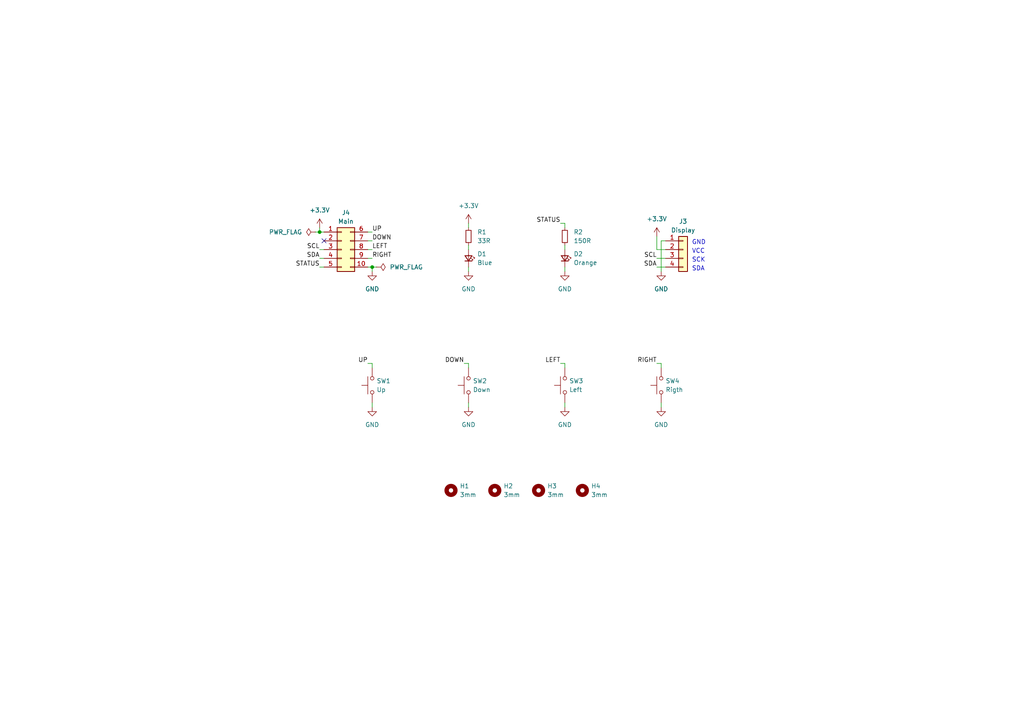
<source format=kicad_sch>
(kicad_sch (version 20230121) (generator eeschema)
  (paper "A4")
  (title_block (title "Reflow Hot Plate Front Panel") (date "2023-07-16") (rev "${REVISION}") (company "Author: I. Kajdan") (comment 1 "Promoter: A. Bondyra, Ph.D."))
  (lib_symbols
    (symbol "Connector_Generic:Conn_01x04" (pin_names (offset 1.016) hide)
      (property "Reference" "J" (at 0 5.08 0))
      (property "Value" "Conn_01x04" (at 0 -7.62 0))
      (symbol "Conn_01x04_1_1"
        (rectangle (start -1.27 -4.953) (end 0 -5.207) (stroke (width 0.1524)))
        (rectangle (start -1.27 -2.413) (end 0 -2.667) (stroke (width 0.1524)))
        (rectangle (start -1.27 0.127) (end 0 -0.127) (stroke (width 0.1524)))
        (rectangle (start -1.27 2.667) (end 0 2.413) (stroke (width 0.1524)))
        (rectangle (start -1.27 3.81) (end 1.27 -6.35) (stroke (width 0.254)) (fill (type background)))
        (pin passive line (at -5.08 2.54 0) (length 3.81) (name "Pin_1") (number "1"))
        (pin passive line (at -5.08 0 0) (length 3.81) (name "Pin_2") (number "2"))
        (pin passive line (at -5.08 -2.54 0) (length 3.81) (name "Pin_3") (number "3"))
        (pin passive line (at -5.08 -5.08 0) (length 3.81) (name "Pin_4") (number "4"))
      )
    )
    (symbol "Connector_Generic:Conn_02x05_Top_Bottom" (pin_names (offset 1.016) hide)
      (property "Reference" "J" (at 1.27 7.62 0))
      (property "Value" "Conn_02x05_Top_Bottom" (at 1.27 -7.62 0))
      (symbol "Conn_02x05_Top_Bottom_1_1"
        (rectangle (start -1.27 -4.953) (end 0 -5.207) (stroke (width 0.1524)))
        (rectangle (start -1.27 -2.413) (end 0 -2.667) (stroke (width 0.1524)))
        (rectangle (start -1.27 0.127) (end 0 -0.127) (stroke (width 0.1524)))
        (rectangle (start -1.27 2.667) (end 0 2.413) (stroke (width 0.1524)))
        (rectangle (start -1.27 5.207) (end 0 4.953) (stroke (width 0.1524)))
        (rectangle (start -1.27 6.35) (end 3.81 -6.35) (stroke (width 0.254)) (fill (type background)))
        (rectangle (start 3.81 -4.953) (end 2.54 -5.207) (stroke (width 0.1524)))
        (rectangle (start 3.81 -2.413) (end 2.54 -2.667) (stroke (width 0.1524)))
        (rectangle (start 3.81 0.127) (end 2.54 -0.127) (stroke (width 0.1524)))
        (rectangle (start 3.81 2.667) (end 2.54 2.413) (stroke (width 0.1524)))
        (rectangle (start 3.81 5.207) (end 2.54 4.953) (stroke (width 0.1524)))
        (pin passive line (at -5.08 5.08 0) (length 3.81) (name "Pin_1") (number "1"))
        (pin passive line (at 7.62 -5.08 180) (length 3.81) (name "Pin_10") (number "10"))
        (pin passive line (at -5.08 2.54 0) (length 3.81) (name "Pin_2") (number "2"))
        (pin passive line (at -5.08 0 0) (length 3.81) (name "Pin_3") (number "3"))
        (pin passive line (at -5.08 -2.54 0) (length 3.81) (name "Pin_4") (number "4"))
        (pin passive line (at -5.08 -5.08 0) (length 3.81) (name "Pin_5") (number "5"))
        (pin passive line (at 7.62 5.08 180) (length 3.81) (name "Pin_6") (number "6"))
        (pin passive line (at 7.62 2.54 180) (length 3.81) (name "Pin_7") (number "7"))
        (pin passive line (at 7.62 0 180) (length 3.81) (name "Pin_8") (number "8"))
        (pin passive line (at 7.62 -2.54 180) (length 3.81) (name "Pin_9") (number "9"))
      )
    )
    (symbol "Device:LED_Small" (pin_numbers hide) (pin_names (offset 0.254) hide)
      (property "Reference" "D" (at -1.27 3.175 0))
      (property "Value" "LED_Small" (at -4.445 -2.54 0))
      (symbol "LED_Small_0_1"
        (polyline (pts (xy -0.762 -1.016) (xy -0.762 1.016)) (stroke (width 0.254)))
        (polyline (pts (xy 1.016 0) (xy -0.762 0)))
        (polyline (pts (xy 0.762 -1.016) (xy -0.762 0) (xy 0.762 1.016) (xy 0.762 -1.016)) (stroke (width 0.254)))
        (polyline (pts (xy 0 0.762) (xy -0.508 1.27) (xy -0.254 1.27) (xy -0.508 1.27) (xy -0.508 1.016)))
        (polyline (pts (xy 0.508 1.27) (xy 0 1.778) (xy 0.254 1.778) (xy 0 1.778) (xy 0 1.524)))
      )
      (symbol "LED_Small_1_1"
        (pin passive line (at -2.54 0 0) (length 1.778) (name "K") (number "1"))
        (pin passive line (at 2.54 0 180) (length 1.778) (name "A") (number "2"))
      )
    )
    (symbol "Device:R_Small" (pin_numbers hide) (pin_names (offset 0.254) hide)
      (property "Reference" "R" (at 0.762 0.508 0))
      (property "Value" "R_Small" (at 0.762 -1.016 0))
      (symbol "R_Small_0_1"
        (rectangle (start -0.762 1.778) (end 0.762 -1.778) (stroke (width 0.2032)))
      )
      (symbol "R_Small_1_1"
        (pin passive line (at 0 2.54 270) (length 0.762) (name "~") (number "1"))
        (pin passive line (at 0 -2.54 90) (length 0.762) (name "~") (number "2"))
      )
    )
    (symbol "Mechanical:MountingHole" (pin_names (offset 1.016))
      (property "Reference" "H" (at 0 5.08 0))
      (property "Value" "MountingHole" (at 0 3.175 0))
      (symbol "MountingHole_0_1"
        (circle (center 0 0) (radius 1.27) (stroke (width 1.27)))
      )
    )
    (symbol "Switch:SW_Push" (pin_numbers hide) (pin_names (offset 1.016) hide)
      (property "Reference" "SW" (at 1.27 2.54 0))
      (property "Value" "SW_Push" (at 0 -1.524 0))
      (symbol "SW_Push_0_1"
        (circle (center -2.032 0) (radius 0.508))
        (polyline (pts (xy 0 1.27) (xy 0 3.048)))
        (polyline (pts (xy 2.54 1.27) (xy -2.54 1.27)))
        (circle (center 2.032 0) (radius 0.508))
        (pin passive line (at -5.08 0 0) (length 2.54) (name "1") (number "1"))
        (pin passive line (at 5.08 0 180) (length 2.54) (name "2") (number "2"))
      )
    )
    (symbol "power:+3.3V" (power) (pin_names (offset 0))
      (property "Value" "+3.3V" (at 0 3.556 0))
      (symbol "+3.3V_0_1"
        (polyline (pts (xy -0.762 1.27) (xy 0 2.54)))
        (polyline (pts (xy 0 0) (xy 0 2.54)))
        (polyline (pts (xy 0 2.54) (xy 0.762 1.27)))
      )
      (symbol "+3.3V_1_1"
        (pin power_in line (at 0 0 90) (length 0) hide (name "+3.3V") (number "1"))
      )
    )
    (symbol "power:GND" (power) (pin_names (offset 0))
      (property "Value" "GND" (at 0 -3.81 0))
      (symbol "GND_0_1"
        (polyline (pts (xy 0 0) (xy 0 -1.27) (xy 1.27 -1.27) (xy 0 -2.54) (xy -1.27 -1.27) (xy 0 -1.27)))
      )
      (symbol "GND_1_1"
        (pin power_in line (at 0 0 270) (length 0) hide (name "GND") (number "1"))
      )
    )
    (symbol "power:PWR_FLAG" (power) (pin_numbers hide) (pin_names (offset 0) hide)
      (property "Value" "PWR_FLAG" (at 0 3.81 0))
      (symbol "PWR_FLAG_0_0"
        (pin power_out line (at 0 0 90) (length 0) (name "pwr") (number "1"))
      )
      (symbol "PWR_FLAG_0_1"
        (polyline (pts (xy 0 0) (xy 0 1.27) (xy -1.016 1.905) (xy 0 2.54) (xy 1.016 1.905) (xy 0 1.27)))
      )
    )
  )
  (junction (at 107.95 77.47))
  (junction (at 92.71 67.31))
  (no_connect (at 93.98 69.85))
  (wire (pts (xy 135.89 118.11) (xy 135.89 116.84)))
  (wire (pts (xy 92.71 77.47) (xy 93.98 77.47)))
  (wire (pts (xy 107.95 77.47) (xy 109.22 77.47)))
  (wire (pts (xy 107.95 118.11) (xy 107.95 116.84)))
  (wire (pts (xy 135.89 64.77) (xy 135.89 66.04)))
  (wire (pts (xy 92.71 72.39) (xy 93.98 72.39)))
  (wire (pts (xy 107.95 105.41) (xy 107.95 106.68)))
  (wire (pts (xy 191.77 69.85) (xy 191.77 78.74)))
  (wire (pts (xy 107.95 74.93) (xy 106.68 74.93)))
  (wire (pts (xy 107.95 69.85) (xy 106.68 69.85)))
  (wire (pts (xy 163.83 105.41) (xy 163.83 106.68)))
  (wire (pts (xy 162.56 64.77) (xy 163.83 64.77)))
  (wire (pts (xy 190.5 72.39) (xy 190.5 68.58)))
  (wire (pts (xy 134.62 105.41) (xy 135.89 105.41)))
  (wire (pts (xy 190.5 105.41) (xy 191.77 105.41)))
  (wire (pts (xy 193.04 69.85) (xy 191.77 69.85)))
  (wire (pts (xy 190.5 74.93) (xy 193.04 74.93)))
  (wire (pts (xy 163.83 64.77) (xy 163.83 66.04)))
  (wire (pts (xy 191.77 105.41) (xy 191.77 106.68)))
  (wire (pts (xy 135.89 105.41) (xy 135.89 106.68)))
  (wire (pts (xy 92.71 67.31) (xy 93.98 67.31)))
  (wire (pts (xy 190.5 77.47) (xy 193.04 77.47)))
  (wire (pts (xy 92.71 66.04) (xy 92.71 67.31)))
  (wire (pts (xy 163.83 118.11) (xy 163.83 116.84)))
  (wire (pts (xy 92.71 74.93) (xy 93.98 74.93)))
  (wire (pts (xy 190.5 72.39) (xy 193.04 72.39)))
  (wire (pts (xy 163.83 71.12) (xy 163.83 72.39)))
  (wire (pts (xy 106.68 77.47) (xy 107.95 77.47)))
  (wire (pts (xy 106.68 105.41) (xy 107.95 105.41)))
  (wire (pts (xy 163.83 77.47) (xy 163.83 78.74)))
  (wire (pts (xy 191.77 118.11) (xy 191.77 116.84)))
  (wire (pts (xy 107.95 72.39) (xy 106.68 72.39)))
  (wire (pts (xy 162.56 105.41) (xy 163.83 105.41)))
  (wire (pts (xy 107.95 77.47) (xy 107.95 78.74)))
  (wire (pts (xy 135.89 77.47) (xy 135.89 78.74)))
  (wire (pts (xy 135.89 71.12) (xy 135.89 72.39)))
  (wire (pts (xy 107.95 67.31) (xy 106.68 67.31)))
  (wire (pts (xy 91.44 67.31) (xy 92.71 67.31)))
  (text "SCK" (at 200.66 76.2 0) (effects (font (size 1.27 1.27)) (justify left bottom)))
  (text "GND" (at 200.66 71.12 0) (effects (font (size 1.27 1.27)) (justify left bottom)))
  (text "SDA" (at 200.66 78.74 0) (effects (font (size 1.27 1.27)) (justify left bottom)))
  (text "VCC" (at 200.66 73.66 0) (effects (font (size 1.27 1.27)) (justify left bottom)))
  (label "SCL" (at 92.71 72.39 180))
  (label "SCL" (at 190.5 74.93 180))
  (label "RIGHT" (at 190.5 105.41 180))
  (label "LEFT" (at 107.95 72.39 0))
  (label "DOWN" (at 107.95 69.85 0))
  (label "STATUS" (at 162.56 64.77 180))
  (label "DOWN" (at 134.62 105.41 180))
  (label "RIGHT" (at 107.95 74.93 0))
  (label "SDA" (at 190.5 77.47 180))
  (label "UP" (at 106.68 105.41 180))
  (label "SDA" (at 92.71 74.93 180))
  (label "UP" (at 107.95 67.31 0))
  (label "LEFT" (at 162.56 105.41 180))
  (label "STATUS" (at 92.71 77.47 180))
  (symbol (lib_id "Mechanical:MountingHole") (at 130.81 142.24 0) (unit 1)
    (property "Reference" "H1" (at 133.35 140.97 0) (effects (justify left)))
    (property "Value" "3mm" (at 133.35 143.51 0) (effects (justify left)))
    (property "Footprint" "MountingHole:MountingHole_3mm" (effects hide))
  )
  (symbol (lib_id "Switch:SW_Push") (at 107.95 111.76 90) (unit 1)
    (property "Reference" "SW1" (at 109.22 110.49 90) (effects (justify right)))
    (property "Value" "Up" (at 109.22 113.03 90) (effects (justify right)))
    (property "Footprint" "Button_Switch_THT:SW_PUSH_6mm_H7.3mm" (effects hide))
  )
  (symbol (lib_id "Switch:SW_Push") (at 135.89 111.76 90) (unit 1)
    (property "Reference" "SW2" (at 137.16 110.49 90) (effects (justify right)))
    (property "Value" "Down" (at 137.16 113.03 90) (effects (justify right)))
    (property "Footprint" "Button_Switch_THT:SW_PUSH_6mm_H7.3mm" (effects hide))
  )
  (symbol (lib_id "Switch:SW_Push") (at 191.77 111.76 90) (unit 1)
    (property "Reference" "SW4" (at 193.04 110.49 90) (effects (justify right)))
    (property "Value" "Rigth" (at 193.04 113.03 90) (effects (justify right)))
    (property "Footprint" "Button_Switch_THT:SW_PUSH_6mm_H7.3mm" (effects hide))
  )
  (symbol (lib_id "power:PWR_FLAG") (at 109.22 77.47 270) (unit 1)
    (property "Reference" "#FLG04" (effects hide))
    (property "Value" "PWR_FLAG" (at 113.03 77.47 90) (effects (justify left)))
  )
  (symbol (lib_id "power:GND") (at 191.77 78.74 0) (unit 1)
    (property "Reference" "#PWR013" (effects hide))
    (property "Value" "GND" (at 191.77 83.82 0))
  )
  (symbol (lib_id "Switch:SW_Push") (at 163.83 111.76 90) (unit 1)
    (property "Reference" "SW3" (at 165.1 110.49 90) (effects (justify right)))
    (property "Value" "Left" (at 165.1 113.03 90) (effects (justify right)))
    (property "Footprint" "Button_Switch_THT:SW_PUSH_6mm_H7.3mm" (effects hide))
  )
  (symbol (lib_id "Connector_Generic:Conn_02x05_Top_Bottom") (at 99.06 72.39 0) (unit 1)
    (property "Reference" "J4" (at 100.33 60.96 0) (effects (justify top)))
    (property "Value" "Main" (at 100.33 63.5 0) (effects (justify top)))
    (property "Footprint" "Connector_PinHeader_2.54mm:PinHeader_2x05_P2.54mm_Vertical" (effects hide))
  )
  (symbol (lib_id "power:GND") (at 107.95 78.74 0) (unit 1)
    (property "Reference" "#PWR015" (effects hide))
    (property "Value" "GND" (at 107.95 83.82 0))
  )
  (symbol (lib_id "power:+3.3V") (at 190.5 68.58 0) (unit 1)
    (property "Reference" "#PWR012" (effects hide))
    (property "Value" "+3.3V" (at 190.5 63.5 0))
  )
  (symbol (lib_id "power:+3.3V") (at 135.89 64.77 0) (unit 1)
    (property "Reference" "#PWR05" (effects hide))
    (property "Value" "+3.3V" (at 135.89 59.69 0))
  )
  (symbol (lib_id "Device:LED_Small") (at 135.89 74.93 270) (mirror x) (unit 1)
    (property "Reference" "D1" (at 138.43 73.66 90) (effects (justify left)))
    (property "Value" "Blue" (at 138.43 76.2 90) (effects (justify left)))
    (property "Footprint" "LED_THT:LED_D3.0mm" (effects hide))
  )
  (symbol (lib_id "power:GND") (at 107.95 118.11 0) (unit 1)
    (property "Reference" "#PWR02" (effects hide))
    (property "Value" "GND" (at 107.95 123.19 0))
  )
  (symbol (lib_id "power:GND") (at 163.83 78.74 0) (unit 1)
    (property "Reference" "#PWR08" (effects hide))
    (property "Value" "GND" (at 163.83 83.82 0))
  )
  (symbol (lib_id "power:+3.3V") (at 92.71 66.04 0) (unit 1)
    (property "Reference" "#PWR014" (effects hide))
    (property "Value" "+3.3V" (at 92.71 60.96 0))
  )
  (symbol (lib_id "power:GND") (at 163.83 118.11 0) (unit 1)
    (property "Reference" "#PWR07" (effects hide))
    (property "Value" "GND" (at 163.83 123.19 0))
  )
  (symbol (lib_id "power:GND") (at 135.89 118.11 0) (unit 1)
    (property "Reference" "#PWR04" (effects hide))
    (property "Value" "GND" (at 135.89 123.19 0))
  )
  (symbol (lib_id "Connector_Generic:Conn_01x04") (at 198.12 72.39 0) (unit 1)
    (property "Reference" "J3" (at 198.12 63.5 0) (effects (justify top)))
    (property "Value" "Display" (at 198.12 66.04 0) (effects (justify top)))
    (property "Footprint" "Connector_PinSocket_2.54mm:PinSocket_1x04_P2.54mm_Horizontal" (effects hide))
  )
  (symbol (lib_id "Mechanical:MountingHole") (at 168.91 142.24 0) (unit 1)
    (property "Reference" "H4" (at 171.45 140.97 0) (effects (justify left)))
    (property "Value" "3mm" (at 171.45 143.51 0) (effects (justify left)))
    (property "Footprint" "MountingHole:MountingHole_3mm" (effects hide))
  )
  (symbol (lib_id "Mechanical:MountingHole") (at 156.21 142.24 0) (unit 1)
    (property "Reference" "H3" (at 158.75 140.97 0) (effects (justify left)))
    (property "Value" "3mm" (at 158.75 143.51 0) (effects (justify left)))
    (property "Footprint" "MountingHole:MountingHole_3mm" (effects hide))
  )
  (symbol (lib_id "power:GND") (at 191.77 118.11 0) (unit 1)
    (property "Reference" "#PWR09" (effects hide))
    (property "Value" "GND" (at 191.77 123.19 0))
  )
  (symbol (lib_id "Mechanical:MountingHole") (at 143.51 142.24 0) (unit 1)
    (property "Reference" "H2" (at 146.05 140.97 0) (effects (justify left)))
    (property "Value" "3mm" (at 146.05 143.51 0) (effects (justify left)))
    (property "Footprint" "MountingHole:MountingHole_3mm" (effects hide))
  )
  (symbol (lib_id "Device:LED_Small") (at 163.83 74.93 270) (mirror x) (unit 1)
    (property "Reference" "D2" (at 166.37 73.66 90) (effects (justify left)))
    (property "Value" "Orange" (at 166.37 76.2 90) (effects (justify left)))
    (property "Footprint" "LED_THT:LED_D3.0mm" (effects hide))
  )
  (symbol (lib_id "Device:R_Small") (at 163.83 68.58 0) (mirror y) (unit 1)
    (property "Reference" "R2" (at 166.37 67.31 0) (effects (justify right)))
    (property "Value" "150R" (at 166.37 69.85 0) (effects (justify right)))
    (property "Footprint" "Resistor_SMD:R_0603_1608Metric" (effects hide))
  )
  (symbol (lib_id "Device:R_Small") (at 135.89 68.58 0) (mirror y) (unit 1)
    (property "Reference" "R1" (at 138.43 67.31 0) (effects (justify right)))
    (property "Value" "33R" (at 138.43 69.85 0) (effects (justify right)))
    (property "Footprint" "Resistor_SMD:R_0603_1608Metric" (effects hide))
  )
  (symbol (lib_id "power:PWR_FLAG") (at 91.44 67.31 90) (unit 1)
    (property "Reference" "#FLG03" (effects hide))
    (property "Value" "PWR_FLAG" (at 87.63 67.31 90) (effects (justify left)))
  )
  (symbol (lib_id "power:GND") (at 135.89 78.74 0) (unit 1)
    (property "Reference" "#PWR06" (effects hide))
    (property "Value" "GND" (at 135.89 83.82 0))
  )
)
</source>
